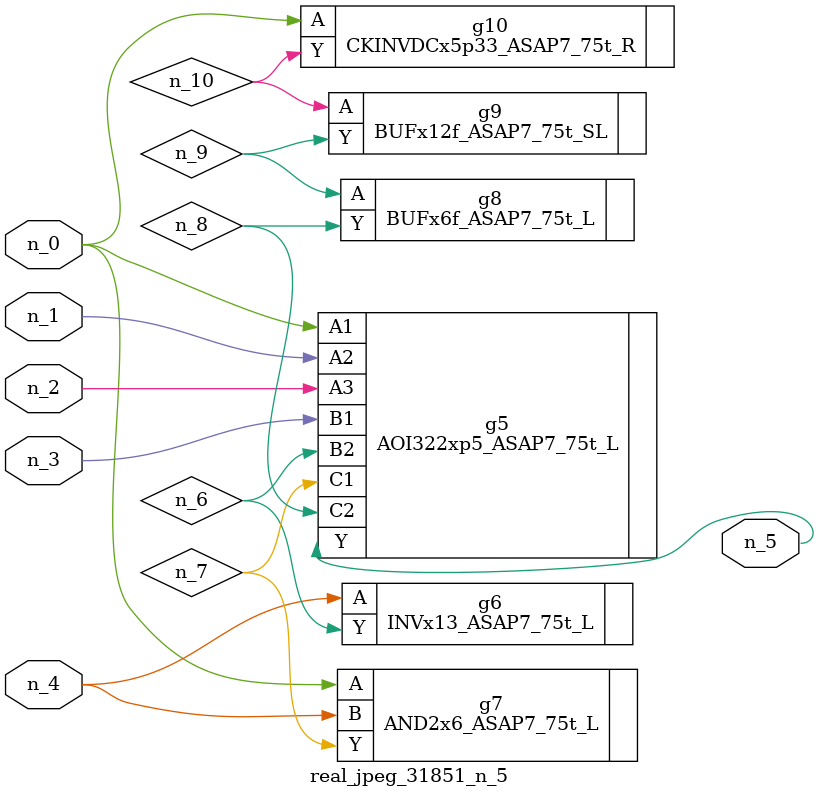
<source format=v>
module real_jpeg_31851_n_5 (n_4, n_0, n_1, n_2, n_3, n_5);

input n_4;
input n_0;
input n_1;
input n_2;
input n_3;

output n_5;

wire n_8;
wire n_6;
wire n_7;
wire n_10;
wire n_9;

AOI322xp5_ASAP7_75t_L g5 ( 
.A1(n_0),
.A2(n_1),
.A3(n_2),
.B1(n_3),
.B2(n_6),
.C1(n_7),
.C2(n_8),
.Y(n_5)
);

AND2x6_ASAP7_75t_L g7 ( 
.A(n_0),
.B(n_4),
.Y(n_7)
);

CKINVDCx5p33_ASAP7_75t_R g10 ( 
.A(n_0),
.Y(n_10)
);

INVx13_ASAP7_75t_L g6 ( 
.A(n_4),
.Y(n_6)
);

BUFx6f_ASAP7_75t_L g8 ( 
.A(n_9),
.Y(n_8)
);

BUFx12f_ASAP7_75t_SL g9 ( 
.A(n_10),
.Y(n_9)
);


endmodule
</source>
